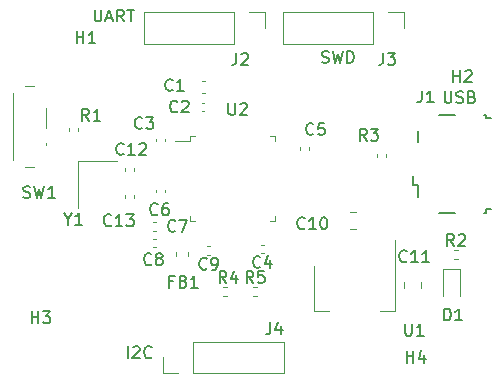
<source format=gbr>
%TF.GenerationSoftware,KiCad,Pcbnew,(6.0.10)*%
%TF.CreationDate,2023-01-15T22:26:48+05:30*%
%TF.ProjectId,Learning_1,4c656172-6e69-46e6-975f-312e6b696361,rev?*%
%TF.SameCoordinates,Original*%
%TF.FileFunction,Legend,Top*%
%TF.FilePolarity,Positive*%
%FSLAX46Y46*%
G04 Gerber Fmt 4.6, Leading zero omitted, Abs format (unit mm)*
G04 Created by KiCad (PCBNEW (6.0.10)) date 2023-01-15 22:26:48*
%MOMM*%
%LPD*%
G01*
G04 APERTURE LIST*
%ADD10C,0.150000*%
%ADD11C,0.120000*%
G04 APERTURE END LIST*
D10*
X80023809Y-105352380D02*
X80023809Y-104352380D01*
X80452380Y-104447619D02*
X80500000Y-104400000D01*
X80595238Y-104352380D01*
X80833333Y-104352380D01*
X80928571Y-104400000D01*
X80976190Y-104447619D01*
X81023809Y-104542857D01*
X81023809Y-104638095D01*
X80976190Y-104780952D01*
X80404761Y-105352380D01*
X81023809Y-105352380D01*
X82023809Y-105257142D02*
X81976190Y-105304761D01*
X81833333Y-105352380D01*
X81738095Y-105352380D01*
X81595238Y-105304761D01*
X81500000Y-105209523D01*
X81452380Y-105114285D01*
X81404761Y-104923809D01*
X81404761Y-104780952D01*
X81452380Y-104590476D01*
X81500000Y-104495238D01*
X81595238Y-104400000D01*
X81738095Y-104352380D01*
X81833333Y-104352380D01*
X81976190Y-104400000D01*
X82023809Y-104447619D01*
X106838095Y-82752380D02*
X106838095Y-83561904D01*
X106885714Y-83657142D01*
X106933333Y-83704761D01*
X107028571Y-83752380D01*
X107219047Y-83752380D01*
X107314285Y-83704761D01*
X107361904Y-83657142D01*
X107409523Y-83561904D01*
X107409523Y-82752380D01*
X107838095Y-83704761D02*
X107980952Y-83752380D01*
X108219047Y-83752380D01*
X108314285Y-83704761D01*
X108361904Y-83657142D01*
X108409523Y-83561904D01*
X108409523Y-83466666D01*
X108361904Y-83371428D01*
X108314285Y-83323809D01*
X108219047Y-83276190D01*
X108028571Y-83228571D01*
X107933333Y-83180952D01*
X107885714Y-83133333D01*
X107838095Y-83038095D01*
X107838095Y-82942857D01*
X107885714Y-82847619D01*
X107933333Y-82800000D01*
X108028571Y-82752380D01*
X108266666Y-82752380D01*
X108409523Y-82800000D01*
X109171428Y-83228571D02*
X109314285Y-83276190D01*
X109361904Y-83323809D01*
X109409523Y-83419047D01*
X109409523Y-83561904D01*
X109361904Y-83657142D01*
X109314285Y-83704761D01*
X109219047Y-83752380D01*
X108838095Y-83752380D01*
X108838095Y-82752380D01*
X109171428Y-82752380D01*
X109266666Y-82800000D01*
X109314285Y-82847619D01*
X109361904Y-82942857D01*
X109361904Y-83038095D01*
X109314285Y-83133333D01*
X109266666Y-83180952D01*
X109171428Y-83228571D01*
X108838095Y-83228571D01*
X77204761Y-75852380D02*
X77204761Y-76661904D01*
X77252380Y-76757142D01*
X77300000Y-76804761D01*
X77395238Y-76852380D01*
X77585714Y-76852380D01*
X77680952Y-76804761D01*
X77728571Y-76757142D01*
X77776190Y-76661904D01*
X77776190Y-75852380D01*
X78204761Y-76566666D02*
X78680952Y-76566666D01*
X78109523Y-76852380D02*
X78442857Y-75852380D01*
X78776190Y-76852380D01*
X79680952Y-76852380D02*
X79347619Y-76376190D01*
X79109523Y-76852380D02*
X79109523Y-75852380D01*
X79490476Y-75852380D01*
X79585714Y-75900000D01*
X79633333Y-75947619D01*
X79680952Y-76042857D01*
X79680952Y-76185714D01*
X79633333Y-76280952D01*
X79585714Y-76328571D01*
X79490476Y-76376190D01*
X79109523Y-76376190D01*
X79966666Y-75852380D02*
X80538095Y-75852380D01*
X80252380Y-76852380D02*
X80252380Y-75852380D01*
X96442857Y-80304761D02*
X96585714Y-80352380D01*
X96823809Y-80352380D01*
X96919047Y-80304761D01*
X96966666Y-80257142D01*
X97014285Y-80161904D01*
X97014285Y-80066666D01*
X96966666Y-79971428D01*
X96919047Y-79923809D01*
X96823809Y-79876190D01*
X96633333Y-79828571D01*
X96538095Y-79780952D01*
X96490476Y-79733333D01*
X96442857Y-79638095D01*
X96442857Y-79542857D01*
X96490476Y-79447619D01*
X96538095Y-79400000D01*
X96633333Y-79352380D01*
X96871428Y-79352380D01*
X97014285Y-79400000D01*
X97347619Y-79352380D02*
X97585714Y-80352380D01*
X97776190Y-79638095D01*
X97966666Y-80352380D01*
X98204761Y-79352380D01*
X98585714Y-80352380D02*
X98585714Y-79352380D01*
X98823809Y-79352380D01*
X98966666Y-79400000D01*
X99061904Y-79495238D01*
X99109523Y-79590476D01*
X99157142Y-79780952D01*
X99157142Y-79923809D01*
X99109523Y-80114285D01*
X99061904Y-80209523D01*
X98966666Y-80304761D01*
X98823809Y-80352380D01*
X98585714Y-80352380D01*
%TO.C,C3*%
X81236333Y-85860142D02*
X81188714Y-85907761D01*
X81045857Y-85955380D01*
X80950619Y-85955380D01*
X80807761Y-85907761D01*
X80712523Y-85812523D01*
X80664904Y-85717285D01*
X80617285Y-85526809D01*
X80617285Y-85383952D01*
X80664904Y-85193476D01*
X80712523Y-85098238D01*
X80807761Y-85003000D01*
X80950619Y-84955380D01*
X81045857Y-84955380D01*
X81188714Y-85003000D01*
X81236333Y-85050619D01*
X81569666Y-84955380D02*
X82188714Y-84955380D01*
X81855380Y-85336333D01*
X81998238Y-85336333D01*
X82093476Y-85383952D01*
X82141095Y-85431571D01*
X82188714Y-85526809D01*
X82188714Y-85764904D01*
X82141095Y-85860142D01*
X82093476Y-85907761D01*
X81998238Y-85955380D01*
X81712523Y-85955380D01*
X81617285Y-85907761D01*
X81569666Y-85860142D01*
%TO.C,R3*%
X100233333Y-86952380D02*
X99900000Y-86476190D01*
X99661904Y-86952380D02*
X99661904Y-85952380D01*
X100042857Y-85952380D01*
X100138095Y-86000000D01*
X100185714Y-86047619D01*
X100233333Y-86142857D01*
X100233333Y-86285714D01*
X100185714Y-86380952D01*
X100138095Y-86428571D01*
X100042857Y-86476190D01*
X99661904Y-86476190D01*
X100566666Y-85952380D02*
X101185714Y-85952380D01*
X100852380Y-86333333D01*
X100995238Y-86333333D01*
X101090476Y-86380952D01*
X101138095Y-86428571D01*
X101185714Y-86523809D01*
X101185714Y-86761904D01*
X101138095Y-86857142D01*
X101090476Y-86904761D01*
X100995238Y-86952380D01*
X100709523Y-86952380D01*
X100614285Y-86904761D01*
X100566666Y-86857142D01*
%TO.C,H1*%
X75692095Y-78684380D02*
X75692095Y-77684380D01*
X75692095Y-78160571D02*
X76263523Y-78160571D01*
X76263523Y-78684380D02*
X76263523Y-77684380D01*
X77263523Y-78684380D02*
X76692095Y-78684380D01*
X76977809Y-78684380D02*
X76977809Y-77684380D01*
X76882571Y-77827238D01*
X76787333Y-77922476D01*
X76692095Y-77970095D01*
%TO.C,C2*%
X84201333Y-84457142D02*
X84153714Y-84504761D01*
X84010857Y-84552380D01*
X83915619Y-84552380D01*
X83772761Y-84504761D01*
X83677523Y-84409523D01*
X83629904Y-84314285D01*
X83582285Y-84123809D01*
X83582285Y-83980952D01*
X83629904Y-83790476D01*
X83677523Y-83695238D01*
X83772761Y-83600000D01*
X83915619Y-83552380D01*
X84010857Y-83552380D01*
X84153714Y-83600000D01*
X84201333Y-83647619D01*
X84582285Y-83647619D02*
X84629904Y-83600000D01*
X84725142Y-83552380D01*
X84963238Y-83552380D01*
X85058476Y-83600000D01*
X85106095Y-83647619D01*
X85153714Y-83742857D01*
X85153714Y-83838095D01*
X85106095Y-83980952D01*
X84534666Y-84552380D01*
X85153714Y-84552380D01*
%TO.C,H2*%
X107569095Y-81986380D02*
X107569095Y-80986380D01*
X107569095Y-81462571D02*
X108140523Y-81462571D01*
X108140523Y-81986380D02*
X108140523Y-80986380D01*
X108569095Y-81081619D02*
X108616714Y-81034000D01*
X108711952Y-80986380D01*
X108950047Y-80986380D01*
X109045285Y-81034000D01*
X109092904Y-81081619D01*
X109140523Y-81176857D01*
X109140523Y-81272095D01*
X109092904Y-81414952D01*
X108521476Y-81986380D01*
X109140523Y-81986380D01*
%TO.C,R2*%
X107633333Y-95852380D02*
X107300000Y-95376190D01*
X107061904Y-95852380D02*
X107061904Y-94852380D01*
X107442857Y-94852380D01*
X107538095Y-94900000D01*
X107585714Y-94947619D01*
X107633333Y-95042857D01*
X107633333Y-95185714D01*
X107585714Y-95280952D01*
X107538095Y-95328571D01*
X107442857Y-95376190D01*
X107061904Y-95376190D01*
X108014285Y-94947619D02*
X108061904Y-94900000D01*
X108157142Y-94852380D01*
X108395238Y-94852380D01*
X108490476Y-94900000D01*
X108538095Y-94947619D01*
X108585714Y-95042857D01*
X108585714Y-95138095D01*
X108538095Y-95280952D01*
X107966666Y-95852380D01*
X108585714Y-95852380D01*
%TO.C,C10*%
X94988142Y-94337142D02*
X94940523Y-94384761D01*
X94797666Y-94432380D01*
X94702428Y-94432380D01*
X94559571Y-94384761D01*
X94464333Y-94289523D01*
X94416714Y-94194285D01*
X94369095Y-94003809D01*
X94369095Y-93860952D01*
X94416714Y-93670476D01*
X94464333Y-93575238D01*
X94559571Y-93480000D01*
X94702428Y-93432380D01*
X94797666Y-93432380D01*
X94940523Y-93480000D01*
X94988142Y-93527619D01*
X95940523Y-94432380D02*
X95369095Y-94432380D01*
X95654809Y-94432380D02*
X95654809Y-93432380D01*
X95559571Y-93575238D01*
X95464333Y-93670476D01*
X95369095Y-93718095D01*
X96559571Y-93432380D02*
X96654809Y-93432380D01*
X96750047Y-93480000D01*
X96797666Y-93527619D01*
X96845285Y-93622857D01*
X96892904Y-93813333D01*
X96892904Y-94051428D01*
X96845285Y-94241904D01*
X96797666Y-94337142D01*
X96750047Y-94384761D01*
X96654809Y-94432380D01*
X96559571Y-94432380D01*
X96464333Y-94384761D01*
X96416714Y-94337142D01*
X96369095Y-94241904D01*
X96321476Y-94051428D01*
X96321476Y-93813333D01*
X96369095Y-93622857D01*
X96416714Y-93527619D01*
X96464333Y-93480000D01*
X96559571Y-93432380D01*
%TO.C,H4*%
X103632095Y-105735380D02*
X103632095Y-104735380D01*
X103632095Y-105211571D02*
X104203523Y-105211571D01*
X104203523Y-105735380D02*
X104203523Y-104735380D01*
X105108285Y-105068714D02*
X105108285Y-105735380D01*
X104870190Y-104687761D02*
X104632095Y-105402047D01*
X105251142Y-105402047D01*
%TO.C,C12*%
X79657142Y-88057142D02*
X79609523Y-88104761D01*
X79466666Y-88152380D01*
X79371428Y-88152380D01*
X79228571Y-88104761D01*
X79133333Y-88009523D01*
X79085714Y-87914285D01*
X79038095Y-87723809D01*
X79038095Y-87580952D01*
X79085714Y-87390476D01*
X79133333Y-87295238D01*
X79228571Y-87200000D01*
X79371428Y-87152380D01*
X79466666Y-87152380D01*
X79609523Y-87200000D01*
X79657142Y-87247619D01*
X80609523Y-88152380D02*
X80038095Y-88152380D01*
X80323809Y-88152380D02*
X80323809Y-87152380D01*
X80228571Y-87295238D01*
X80133333Y-87390476D01*
X80038095Y-87438095D01*
X80990476Y-87247619D02*
X81038095Y-87200000D01*
X81133333Y-87152380D01*
X81371428Y-87152380D01*
X81466666Y-87200000D01*
X81514285Y-87247619D01*
X81561904Y-87342857D01*
X81561904Y-87438095D01*
X81514285Y-87580952D01*
X80942857Y-88152380D01*
X81561904Y-88152380D01*
%TO.C,C1*%
X83807333Y-82630142D02*
X83759714Y-82677761D01*
X83616857Y-82725380D01*
X83521619Y-82725380D01*
X83378761Y-82677761D01*
X83283523Y-82582523D01*
X83235904Y-82487285D01*
X83188285Y-82296809D01*
X83188285Y-82153952D01*
X83235904Y-81963476D01*
X83283523Y-81868238D01*
X83378761Y-81773000D01*
X83521619Y-81725380D01*
X83616857Y-81725380D01*
X83759714Y-81773000D01*
X83807333Y-81820619D01*
X84759714Y-82725380D02*
X84188285Y-82725380D01*
X84474000Y-82725380D02*
X84474000Y-81725380D01*
X84378761Y-81868238D01*
X84283523Y-81963476D01*
X84188285Y-82011095D01*
%TO.C,J1*%
X104916666Y-82702380D02*
X104916666Y-83416666D01*
X104869047Y-83559523D01*
X104773809Y-83654761D01*
X104630952Y-83702380D01*
X104535714Y-83702380D01*
X105916666Y-83702380D02*
X105345238Y-83702380D01*
X105630952Y-83702380D02*
X105630952Y-82702380D01*
X105535714Y-82845238D01*
X105440476Y-82940476D01*
X105345238Y-82988095D01*
%TO.C,R4*%
X88352333Y-99004380D02*
X88019000Y-98528190D01*
X87780904Y-99004380D02*
X87780904Y-98004380D01*
X88161857Y-98004380D01*
X88257095Y-98052000D01*
X88304714Y-98099619D01*
X88352333Y-98194857D01*
X88352333Y-98337714D01*
X88304714Y-98432952D01*
X88257095Y-98480571D01*
X88161857Y-98528190D01*
X87780904Y-98528190D01*
X89209476Y-98337714D02*
X89209476Y-99004380D01*
X88971380Y-97956761D02*
X88733285Y-98671047D01*
X89352333Y-98671047D01*
%TO.C,J2*%
X89204666Y-79519380D02*
X89204666Y-80233666D01*
X89157047Y-80376523D01*
X89061809Y-80471761D01*
X88918952Y-80519380D01*
X88823714Y-80519380D01*
X89633238Y-79614619D02*
X89680857Y-79567000D01*
X89776095Y-79519380D01*
X90014190Y-79519380D01*
X90109428Y-79567000D01*
X90157047Y-79614619D01*
X90204666Y-79709857D01*
X90204666Y-79805095D01*
X90157047Y-79947952D01*
X89585619Y-80519380D01*
X90204666Y-80519380D01*
%TO.C,J4*%
X92084666Y-102339380D02*
X92084666Y-103053666D01*
X92037047Y-103196523D01*
X91941809Y-103291761D01*
X91798952Y-103339380D01*
X91703714Y-103339380D01*
X92989428Y-102672714D02*
X92989428Y-103339380D01*
X92751333Y-102291761D02*
X92513238Y-103006047D01*
X93132285Y-103006047D01*
%TO.C,C13*%
X78605142Y-94083142D02*
X78557523Y-94130761D01*
X78414666Y-94178380D01*
X78319428Y-94178380D01*
X78176571Y-94130761D01*
X78081333Y-94035523D01*
X78033714Y-93940285D01*
X77986095Y-93749809D01*
X77986095Y-93606952D01*
X78033714Y-93416476D01*
X78081333Y-93321238D01*
X78176571Y-93226000D01*
X78319428Y-93178380D01*
X78414666Y-93178380D01*
X78557523Y-93226000D01*
X78605142Y-93273619D01*
X79557523Y-94178380D02*
X78986095Y-94178380D01*
X79271809Y-94178380D02*
X79271809Y-93178380D01*
X79176571Y-93321238D01*
X79081333Y-93416476D01*
X78986095Y-93464095D01*
X79890857Y-93178380D02*
X80509904Y-93178380D01*
X80176571Y-93559333D01*
X80319428Y-93559333D01*
X80414666Y-93606952D01*
X80462285Y-93654571D01*
X80509904Y-93749809D01*
X80509904Y-93987904D01*
X80462285Y-94083142D01*
X80414666Y-94130761D01*
X80319428Y-94178380D01*
X80033714Y-94178380D01*
X79938476Y-94130761D01*
X79890857Y-94083142D01*
%TO.C,C11*%
X103624142Y-97131142D02*
X103576523Y-97178761D01*
X103433666Y-97226380D01*
X103338428Y-97226380D01*
X103195571Y-97178761D01*
X103100333Y-97083523D01*
X103052714Y-96988285D01*
X103005095Y-96797809D01*
X103005095Y-96654952D01*
X103052714Y-96464476D01*
X103100333Y-96369238D01*
X103195571Y-96274000D01*
X103338428Y-96226380D01*
X103433666Y-96226380D01*
X103576523Y-96274000D01*
X103624142Y-96321619D01*
X104576523Y-97226380D02*
X104005095Y-97226380D01*
X104290809Y-97226380D02*
X104290809Y-96226380D01*
X104195571Y-96369238D01*
X104100333Y-96464476D01*
X104005095Y-96512095D01*
X105528904Y-97226380D02*
X104957476Y-97226380D01*
X105243190Y-97226380D02*
X105243190Y-96226380D01*
X105147952Y-96369238D01*
X105052714Y-96464476D01*
X104957476Y-96512095D01*
%TO.C,C5*%
X95733333Y-86357142D02*
X95685714Y-86404761D01*
X95542857Y-86452380D01*
X95447619Y-86452380D01*
X95304761Y-86404761D01*
X95209523Y-86309523D01*
X95161904Y-86214285D01*
X95114285Y-86023809D01*
X95114285Y-85880952D01*
X95161904Y-85690476D01*
X95209523Y-85595238D01*
X95304761Y-85500000D01*
X95447619Y-85452380D01*
X95542857Y-85452380D01*
X95685714Y-85500000D01*
X95733333Y-85547619D01*
X96638095Y-85452380D02*
X96161904Y-85452380D01*
X96114285Y-85928571D01*
X96161904Y-85880952D01*
X96257142Y-85833333D01*
X96495238Y-85833333D01*
X96590476Y-85880952D01*
X96638095Y-85928571D01*
X96685714Y-86023809D01*
X96685714Y-86261904D01*
X96638095Y-86357142D01*
X96590476Y-86404761D01*
X96495238Y-86452380D01*
X96257142Y-86452380D01*
X96161904Y-86404761D01*
X96114285Y-86357142D01*
%TO.C,R1*%
X76733333Y-85252380D02*
X76400000Y-84776190D01*
X76161904Y-85252380D02*
X76161904Y-84252380D01*
X76542857Y-84252380D01*
X76638095Y-84300000D01*
X76685714Y-84347619D01*
X76733333Y-84442857D01*
X76733333Y-84585714D01*
X76685714Y-84680952D01*
X76638095Y-84728571D01*
X76542857Y-84776190D01*
X76161904Y-84776190D01*
X77685714Y-85252380D02*
X77114285Y-85252380D01*
X77400000Y-85252380D02*
X77400000Y-84252380D01*
X77304761Y-84395238D01*
X77209523Y-84490476D01*
X77114285Y-84538095D01*
%TO.C,C6*%
X82533333Y-93157142D02*
X82485714Y-93204761D01*
X82342857Y-93252380D01*
X82247619Y-93252380D01*
X82104761Y-93204761D01*
X82009523Y-93109523D01*
X81961904Y-93014285D01*
X81914285Y-92823809D01*
X81914285Y-92680952D01*
X81961904Y-92490476D01*
X82009523Y-92395238D01*
X82104761Y-92300000D01*
X82247619Y-92252380D01*
X82342857Y-92252380D01*
X82485714Y-92300000D01*
X82533333Y-92347619D01*
X83390476Y-92252380D02*
X83200000Y-92252380D01*
X83104761Y-92300000D01*
X83057142Y-92347619D01*
X82961904Y-92490476D01*
X82914285Y-92680952D01*
X82914285Y-93061904D01*
X82961904Y-93157142D01*
X83009523Y-93204761D01*
X83104761Y-93252380D01*
X83295238Y-93252380D01*
X83390476Y-93204761D01*
X83438095Y-93157142D01*
X83485714Y-93061904D01*
X83485714Y-92823809D01*
X83438095Y-92728571D01*
X83390476Y-92680952D01*
X83295238Y-92633333D01*
X83104761Y-92633333D01*
X83009523Y-92680952D01*
X82961904Y-92728571D01*
X82914285Y-92823809D01*
%TO.C,D1*%
X106788904Y-102165380D02*
X106788904Y-101165380D01*
X107027000Y-101165380D01*
X107169857Y-101213000D01*
X107265095Y-101308238D01*
X107312714Y-101403476D01*
X107360333Y-101593952D01*
X107360333Y-101736809D01*
X107312714Y-101927285D01*
X107265095Y-102022523D01*
X107169857Y-102117761D01*
X107027000Y-102165380D01*
X106788904Y-102165380D01*
X108312714Y-102165380D02*
X107741285Y-102165380D01*
X108027000Y-102165380D02*
X108027000Y-101165380D01*
X107931761Y-101308238D01*
X107836523Y-101403476D01*
X107741285Y-101451095D01*
%TO.C,U1*%
X103505095Y-102449380D02*
X103505095Y-103258904D01*
X103552714Y-103354142D01*
X103600333Y-103401761D01*
X103695571Y-103449380D01*
X103886047Y-103449380D01*
X103981285Y-103401761D01*
X104028904Y-103354142D01*
X104076523Y-103258904D01*
X104076523Y-102449380D01*
X105076523Y-103449380D02*
X104505095Y-103449380D01*
X104790809Y-103449380D02*
X104790809Y-102449380D01*
X104695571Y-102592238D01*
X104600333Y-102687476D01*
X104505095Y-102735095D01*
%TO.C,SW1*%
X71174666Y-91742761D02*
X71317523Y-91790380D01*
X71555619Y-91790380D01*
X71650857Y-91742761D01*
X71698476Y-91695142D01*
X71746095Y-91599904D01*
X71746095Y-91504666D01*
X71698476Y-91409428D01*
X71650857Y-91361809D01*
X71555619Y-91314190D01*
X71365142Y-91266571D01*
X71269904Y-91218952D01*
X71222285Y-91171333D01*
X71174666Y-91076095D01*
X71174666Y-90980857D01*
X71222285Y-90885619D01*
X71269904Y-90838000D01*
X71365142Y-90790380D01*
X71603238Y-90790380D01*
X71746095Y-90838000D01*
X72079428Y-90790380D02*
X72317523Y-91790380D01*
X72508000Y-91076095D01*
X72698476Y-91790380D01*
X72936571Y-90790380D01*
X73841333Y-91790380D02*
X73269904Y-91790380D01*
X73555619Y-91790380D02*
X73555619Y-90790380D01*
X73460380Y-90933238D01*
X73365142Y-91028476D01*
X73269904Y-91076095D01*
%TO.C,U2*%
X88538095Y-83772380D02*
X88538095Y-84581904D01*
X88585714Y-84677142D01*
X88633333Y-84724761D01*
X88728571Y-84772380D01*
X88919047Y-84772380D01*
X89014285Y-84724761D01*
X89061904Y-84677142D01*
X89109523Y-84581904D01*
X89109523Y-83772380D01*
X89538095Y-83867619D02*
X89585714Y-83820000D01*
X89680952Y-83772380D01*
X89919047Y-83772380D01*
X90014285Y-83820000D01*
X90061904Y-83867619D01*
X90109523Y-83962857D01*
X90109523Y-84058095D01*
X90061904Y-84200952D01*
X89490476Y-84772380D01*
X90109523Y-84772380D01*
%TO.C,FB1*%
X83875666Y-98861571D02*
X83542333Y-98861571D01*
X83542333Y-99385380D02*
X83542333Y-98385380D01*
X84018523Y-98385380D01*
X84732809Y-98861571D02*
X84875666Y-98909190D01*
X84923285Y-98956809D01*
X84970904Y-99052047D01*
X84970904Y-99194904D01*
X84923285Y-99290142D01*
X84875666Y-99337761D01*
X84780428Y-99385380D01*
X84399476Y-99385380D01*
X84399476Y-98385380D01*
X84732809Y-98385380D01*
X84828047Y-98433000D01*
X84875666Y-98480619D01*
X84923285Y-98575857D01*
X84923285Y-98671095D01*
X84875666Y-98766333D01*
X84828047Y-98813952D01*
X84732809Y-98861571D01*
X84399476Y-98861571D01*
X85923285Y-99385380D02*
X85351857Y-99385380D01*
X85637571Y-99385380D02*
X85637571Y-98385380D01*
X85542333Y-98528238D01*
X85447095Y-98623476D01*
X85351857Y-98671095D01*
%TO.C,C9*%
X86701333Y-97766142D02*
X86653714Y-97813761D01*
X86510857Y-97861380D01*
X86415619Y-97861380D01*
X86272761Y-97813761D01*
X86177523Y-97718523D01*
X86129904Y-97623285D01*
X86082285Y-97432809D01*
X86082285Y-97289952D01*
X86129904Y-97099476D01*
X86177523Y-97004238D01*
X86272761Y-96909000D01*
X86415619Y-96861380D01*
X86510857Y-96861380D01*
X86653714Y-96909000D01*
X86701333Y-96956619D01*
X87177523Y-97861380D02*
X87368000Y-97861380D01*
X87463238Y-97813761D01*
X87510857Y-97766142D01*
X87606095Y-97623285D01*
X87653714Y-97432809D01*
X87653714Y-97051857D01*
X87606095Y-96956619D01*
X87558476Y-96909000D01*
X87463238Y-96861380D01*
X87272761Y-96861380D01*
X87177523Y-96909000D01*
X87129904Y-96956619D01*
X87082285Y-97051857D01*
X87082285Y-97289952D01*
X87129904Y-97385190D01*
X87177523Y-97432809D01*
X87272761Y-97480428D01*
X87463238Y-97480428D01*
X87558476Y-97432809D01*
X87606095Y-97385190D01*
X87653714Y-97289952D01*
%TO.C,Y1*%
X74961809Y-93575190D02*
X74961809Y-94051380D01*
X74628476Y-93051380D02*
X74961809Y-93575190D01*
X75295142Y-93051380D01*
X76152285Y-94051380D02*
X75580857Y-94051380D01*
X75866571Y-94051380D02*
X75866571Y-93051380D01*
X75771333Y-93194238D01*
X75676095Y-93289476D01*
X75580857Y-93337095D01*
%TO.C,C7*%
X84033333Y-94557142D02*
X83985714Y-94604761D01*
X83842857Y-94652380D01*
X83747619Y-94652380D01*
X83604761Y-94604761D01*
X83509523Y-94509523D01*
X83461904Y-94414285D01*
X83414285Y-94223809D01*
X83414285Y-94080952D01*
X83461904Y-93890476D01*
X83509523Y-93795238D01*
X83604761Y-93700000D01*
X83747619Y-93652380D01*
X83842857Y-93652380D01*
X83985714Y-93700000D01*
X84033333Y-93747619D01*
X84366666Y-93652380D02*
X85033333Y-93652380D01*
X84604761Y-94652380D01*
%TO.C,J3*%
X101629666Y-79519380D02*
X101629666Y-80233666D01*
X101582047Y-80376523D01*
X101486809Y-80471761D01*
X101343952Y-80519380D01*
X101248714Y-80519380D01*
X102010619Y-79519380D02*
X102629666Y-79519380D01*
X102296333Y-79900333D01*
X102439190Y-79900333D01*
X102534428Y-79947952D01*
X102582047Y-79995571D01*
X102629666Y-80090809D01*
X102629666Y-80328904D01*
X102582047Y-80424142D01*
X102534428Y-80471761D01*
X102439190Y-80519380D01*
X102153476Y-80519380D01*
X102058238Y-80471761D01*
X102010619Y-80424142D01*
%TO.C,H3*%
X71882095Y-102408380D02*
X71882095Y-101408380D01*
X71882095Y-101884571D02*
X72453523Y-101884571D01*
X72453523Y-102408380D02*
X72453523Y-101408380D01*
X72834476Y-101408380D02*
X73453523Y-101408380D01*
X73120190Y-101789333D01*
X73263047Y-101789333D01*
X73358285Y-101836952D01*
X73405904Y-101884571D01*
X73453523Y-101979809D01*
X73453523Y-102217904D01*
X73405904Y-102313142D01*
X73358285Y-102360761D01*
X73263047Y-102408380D01*
X72977333Y-102408380D01*
X72882095Y-102360761D01*
X72834476Y-102313142D01*
%TO.C,R5*%
X90638333Y-98977380D02*
X90305000Y-98501190D01*
X90066904Y-98977380D02*
X90066904Y-97977380D01*
X90447857Y-97977380D01*
X90543095Y-98025000D01*
X90590714Y-98072619D01*
X90638333Y-98167857D01*
X90638333Y-98310714D01*
X90590714Y-98405952D01*
X90543095Y-98453571D01*
X90447857Y-98501190D01*
X90066904Y-98501190D01*
X91543095Y-97977380D02*
X91066904Y-97977380D01*
X91019285Y-98453571D01*
X91066904Y-98405952D01*
X91162142Y-98358333D01*
X91400238Y-98358333D01*
X91495476Y-98405952D01*
X91543095Y-98453571D01*
X91590714Y-98548809D01*
X91590714Y-98786904D01*
X91543095Y-98882142D01*
X91495476Y-98929761D01*
X91400238Y-98977380D01*
X91162142Y-98977380D01*
X91066904Y-98929761D01*
X91019285Y-98882142D01*
%TO.C,C8*%
X82002333Y-97385142D02*
X81954714Y-97432761D01*
X81811857Y-97480380D01*
X81716619Y-97480380D01*
X81573761Y-97432761D01*
X81478523Y-97337523D01*
X81430904Y-97242285D01*
X81383285Y-97051809D01*
X81383285Y-96908952D01*
X81430904Y-96718476D01*
X81478523Y-96623238D01*
X81573761Y-96528000D01*
X81716619Y-96480380D01*
X81811857Y-96480380D01*
X81954714Y-96528000D01*
X82002333Y-96575619D01*
X82573761Y-96908952D02*
X82478523Y-96861333D01*
X82430904Y-96813714D01*
X82383285Y-96718476D01*
X82383285Y-96670857D01*
X82430904Y-96575619D01*
X82478523Y-96528000D01*
X82573761Y-96480380D01*
X82764238Y-96480380D01*
X82859476Y-96528000D01*
X82907095Y-96575619D01*
X82954714Y-96670857D01*
X82954714Y-96718476D01*
X82907095Y-96813714D01*
X82859476Y-96861333D01*
X82764238Y-96908952D01*
X82573761Y-96908952D01*
X82478523Y-96956571D01*
X82430904Y-97004190D01*
X82383285Y-97099428D01*
X82383285Y-97289904D01*
X82430904Y-97385142D01*
X82478523Y-97432761D01*
X82573761Y-97480380D01*
X82764238Y-97480380D01*
X82859476Y-97432761D01*
X82907095Y-97385142D01*
X82954714Y-97289904D01*
X82954714Y-97099428D01*
X82907095Y-97004190D01*
X82859476Y-96956571D01*
X82764238Y-96908952D01*
%TO.C,C4*%
X91233333Y-97617142D02*
X91185714Y-97664761D01*
X91042857Y-97712380D01*
X90947619Y-97712380D01*
X90804761Y-97664761D01*
X90709523Y-97569523D01*
X90661904Y-97474285D01*
X90614285Y-97283809D01*
X90614285Y-97140952D01*
X90661904Y-96950476D01*
X90709523Y-96855238D01*
X90804761Y-96760000D01*
X90947619Y-96712380D01*
X91042857Y-96712380D01*
X91185714Y-96760000D01*
X91233333Y-96807619D01*
X92090476Y-97045714D02*
X92090476Y-97712380D01*
X91852380Y-96664761D02*
X91614285Y-97379047D01*
X92233333Y-97379047D01*
D11*
%TO.C,C3*%
X83160000Y-87007836D02*
X83160000Y-86792164D01*
X82440000Y-87007836D02*
X82440000Y-86792164D01*
%TO.C,R3*%
X101120000Y-88046359D02*
X101120000Y-88353641D01*
X101880000Y-88046359D02*
X101880000Y-88353641D01*
%TO.C,C2*%
X86292164Y-83740000D02*
X86507836Y-83740000D01*
X86292164Y-84460000D02*
X86507836Y-84460000D01*
%TO.C,R2*%
X107646359Y-96980000D02*
X107953641Y-96980000D01*
X107646359Y-96220000D02*
X107953641Y-96220000D01*
%TO.C,C10*%
X98798748Y-94461000D02*
X99321252Y-94461000D01*
X98798748Y-92991000D02*
X99321252Y-92991000D01*
%TO.C,C12*%
X79777000Y-89300164D02*
X79777000Y-89515836D01*
X80497000Y-89300164D02*
X80497000Y-89515836D01*
%TO.C,C1*%
X86259420Y-82910000D02*
X86540580Y-82910000D01*
X86259420Y-81890000D02*
X86540580Y-81890000D01*
D10*
%TO.C,J1*%
X107750000Y-84750000D02*
X106350000Y-84750000D01*
X104600000Y-87100000D02*
X104600000Y-86100000D01*
X110300000Y-84750000D02*
X110150000Y-84750000D01*
X110300000Y-93050000D02*
X110300000Y-92750000D01*
X104600000Y-90700000D02*
X104600000Y-91700000D01*
X106350000Y-93050000D02*
X107750000Y-93050000D01*
X104175000Y-89975000D02*
X104175000Y-90700000D01*
X110300000Y-92750000D02*
X110750000Y-92750000D01*
X110150000Y-93050000D02*
X110300000Y-93050000D01*
X110750000Y-85050000D02*
X110300000Y-85050000D01*
X110300000Y-85050000D02*
X110300000Y-84750000D01*
X104175000Y-90700000D02*
X104600000Y-90700000D01*
D11*
%TO.C,R4*%
X88418641Y-99315000D02*
X88111359Y-99315000D01*
X88418641Y-100075000D02*
X88111359Y-100075000D01*
%TO.C,J2*%
X89030000Y-76070000D02*
X81350000Y-76070000D01*
X81350000Y-76070000D02*
X81350000Y-78730000D01*
X90300000Y-76070000D02*
X91630000Y-76070000D01*
X89030000Y-76070000D02*
X89030000Y-78730000D01*
X89030000Y-78730000D02*
X81350000Y-78730000D01*
X91630000Y-76070000D02*
X91630000Y-77400000D01*
%TO.C,J4*%
X85570000Y-106630000D02*
X93250000Y-106630000D01*
X85570000Y-106630000D02*
X85570000Y-103970000D01*
X84300000Y-106630000D02*
X82970000Y-106630000D01*
X82970000Y-106630000D02*
X82970000Y-105300000D01*
X85570000Y-103970000D02*
X93250000Y-103970000D01*
X93250000Y-106630000D02*
X93250000Y-103970000D01*
%TO.C,C13*%
X79777000Y-91801836D02*
X79777000Y-91586164D01*
X80497000Y-91801836D02*
X80497000Y-91586164D01*
%TO.C,C11*%
X103405000Y-99448252D02*
X103405000Y-98925748D01*
X104875000Y-99448252D02*
X104875000Y-98925748D01*
%TO.C,C5*%
X95356000Y-87522164D02*
X95356000Y-87737836D01*
X94636000Y-87522164D02*
X94636000Y-87737836D01*
%TO.C,R1*%
X75780000Y-86153641D02*
X75780000Y-85846359D01*
X75020000Y-86153641D02*
X75020000Y-85846359D01*
%TO.C,C6*%
X82440000Y-91307836D02*
X82440000Y-91092164D01*
X83160000Y-91307836D02*
X83160000Y-91092164D01*
%TO.C,D1*%
X106665000Y-97815000D02*
X106665000Y-100100000D01*
X108135000Y-100100000D02*
X108135000Y-97815000D01*
X108135000Y-97815000D02*
X106665000Y-97815000D01*
%TO.C,U1*%
X102597000Y-101351000D02*
X101337000Y-101351000D01*
X95777000Y-101351000D02*
X97037000Y-101351000D01*
X95777000Y-97591000D02*
X95777000Y-101351000D01*
X102597000Y-95341000D02*
X102597000Y-101351000D01*
%TO.C,SW1*%
X70270000Y-82900000D02*
X70270000Y-88600000D01*
X73120000Y-84150000D02*
X73120000Y-85850000D01*
X71280000Y-89200000D02*
X72070000Y-89200000D01*
X72070000Y-82300000D02*
X71280000Y-82300000D01*
X73120000Y-87150000D02*
X73120000Y-87350000D01*
%TO.C,U2*%
X92060000Y-93780000D02*
X92510000Y-93780000D01*
X85290000Y-87010000D02*
X84000000Y-87010000D01*
X85290000Y-86560000D02*
X85290000Y-87010000D01*
X92510000Y-93780000D02*
X92510000Y-93330000D01*
X92510000Y-86560000D02*
X92510000Y-87010000D01*
X92060000Y-86560000D02*
X92510000Y-86560000D01*
X85290000Y-93780000D02*
X85290000Y-93330000D01*
X85740000Y-93780000D02*
X85290000Y-93780000D01*
X85740000Y-86560000D02*
X85290000Y-86560000D01*
%TO.C,FB1*%
X85092000Y-96682779D02*
X85092000Y-96357221D01*
X84072000Y-96682779D02*
X84072000Y-96357221D01*
%TO.C,C9*%
X86760164Y-95906000D02*
X86975836Y-95906000D01*
X86760164Y-96626000D02*
X86975836Y-96626000D01*
%TO.C,Y1*%
X75820000Y-88678000D02*
X75820000Y-92678000D01*
X79120000Y-88678000D02*
X75820000Y-88678000D01*
%TO.C,C7*%
X82403836Y-94594000D02*
X82188164Y-94594000D01*
X82403836Y-93874000D02*
X82188164Y-93874000D01*
%TO.C,J3*%
X93130000Y-76070000D02*
X93130000Y-78730000D01*
X100810000Y-78730000D02*
X93130000Y-78730000D01*
X100810000Y-76070000D02*
X93130000Y-76070000D01*
X100810000Y-76070000D02*
X100810000Y-78730000D01*
X103410000Y-76070000D02*
X103410000Y-77400000D01*
X102080000Y-76070000D02*
X103410000Y-76070000D01*
%TO.C,R5*%
X90651359Y-100075000D02*
X90958641Y-100075000D01*
X90651359Y-99315000D02*
X90958641Y-99315000D01*
%TO.C,C8*%
X82403836Y-95271000D02*
X82188164Y-95271000D01*
X82403836Y-95991000D02*
X82188164Y-95991000D01*
%TO.C,C4*%
X91507836Y-95740000D02*
X91292164Y-95740000D01*
X91507836Y-96460000D02*
X91292164Y-96460000D01*
%TD*%
M02*

</source>
